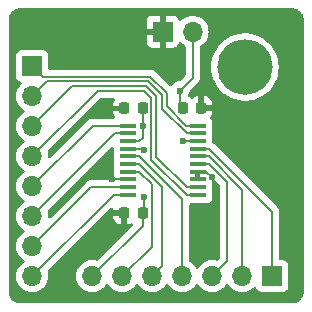
<source format=gbr>
%TF.GenerationSoftware,KiCad,Pcbnew,8.0.6-1.fc41*%
%TF.CreationDate,2024-12-07T12:30:27-05:00*%
%TF.ProjectId,AD5676_breakout,41443536-3736-45f6-9272-65616b6f7574,rev?*%
%TF.SameCoordinates,Original*%
%TF.FileFunction,Copper,L1,Top*%
%TF.FilePolarity,Positive*%
%FSLAX46Y46*%
G04 Gerber Fmt 4.6, Leading zero omitted, Abs format (unit mm)*
G04 Created by KiCad (PCBNEW 8.0.6-1.fc41) date 2024-12-07 12:30:27*
%MOMM*%
%LPD*%
G01*
G04 APERTURE LIST*
G04 Aperture macros list*
%AMRoundRect*
0 Rectangle with rounded corners*
0 $1 Rounding radius*
0 $2 $3 $4 $5 $6 $7 $8 $9 X,Y pos of 4 corners*
0 Add a 4 corners polygon primitive as box body*
4,1,4,$2,$3,$4,$5,$6,$7,$8,$9,$2,$3,0*
0 Add four circle primitives for the rounded corners*
1,1,$1+$1,$2,$3*
1,1,$1+$1,$4,$5*
1,1,$1+$1,$6,$7*
1,1,$1+$1,$8,$9*
0 Add four rect primitives between the rounded corners*
20,1,$1+$1,$2,$3,$4,$5,0*
20,1,$1+$1,$4,$5,$6,$7,0*
20,1,$1+$1,$6,$7,$8,$9,0*
20,1,$1+$1,$8,$9,$2,$3,0*%
G04 Aperture macros list end*
%TA.AperFunction,ComponentPad*%
%ADD10R,1.700000X1.700000*%
%TD*%
%TA.AperFunction,ComponentPad*%
%ADD11O,1.700000X1.700000*%
%TD*%
%TA.AperFunction,SMDPad,CuDef*%
%ADD12R,1.475000X0.450000*%
%TD*%
%TA.AperFunction,SMDPad,CuDef*%
%ADD13RoundRect,0.225000X0.225000X0.250000X-0.225000X0.250000X-0.225000X-0.250000X0.225000X-0.250000X0*%
%TD*%
%TA.AperFunction,ComponentPad*%
%ADD14C,4.700000*%
%TD*%
%TA.AperFunction,SMDPad,CuDef*%
%ADD15RoundRect,0.225000X-0.225000X-0.250000X0.225000X-0.250000X0.225000X0.250000X-0.225000X0.250000X0*%
%TD*%
%TA.AperFunction,ViaPad*%
%ADD16C,0.600000*%
%TD*%
%TA.AperFunction,Conductor*%
%ADD17C,0.200000*%
%TD*%
G04 APERTURE END LIST*
D10*
%TO.P,J2,1,Pin_1*%
%TO.N,RESET*%
X159820000Y-106200000D03*
D11*
%TO.P,J2,2,Pin_2*%
%TO.N,MISO*%
X157280000Y-106200000D03*
%TO.P,J2,3,Pin_3*%
%TO.N,LDAC*%
X154740000Y-106200000D03*
%TO.P,J2,4,Pin_4*%
%TO.N,CS*%
X152200000Y-106200000D03*
%TO.P,J2,5,Pin_5*%
%TO.N,SCLK*%
X149660000Y-106200000D03*
%TO.P,J2,6,Pin_6*%
%TO.N,MOSI*%
X147120000Y-106200000D03*
%TO.P,J2,7,Pin_7*%
%TO.N,3v3*%
X144580000Y-106200000D03*
%TD*%
D12*
%TO.P,IC1,1,VOUT1*%
%TO.N,AOUT5*%
X147624000Y-93450000D03*
%TO.P,IC1,2,VOUT0*%
%TO.N,AOUT6*%
X147624000Y-94100000D03*
%TO.P,IC1,3,VDD*%
%TO.N,5v*%
X147624000Y-94750000D03*
%TO.P,IC1,4,VLOGIC*%
%TO.N,3v3*%
X147624000Y-95400000D03*
%TO.P,IC1,5,~{SYNC}*%
%TO.N,CS*%
X147624000Y-96050000D03*
%TO.P,IC1,6,SCLK*%
%TO.N,SCLK*%
X147624000Y-96700000D03*
%TO.P,IC1,7,SDI*%
%TO.N,MOSI*%
X147624000Y-97350000D03*
%TO.P,IC1,8,GAIN*%
%TO.N,GND*%
X147624000Y-98000000D03*
%TO.P,IC1,9,VOUT7*%
%TO.N,AOUT7*%
X147624000Y-98650000D03*
%TO.P,IC1,10,VOUT6*%
%TO.N,AOUT8*%
X147624000Y-99300000D03*
%TO.P,IC1,11,VOUT5*%
%TO.N,AOUT4*%
X153500000Y-99300000D03*
%TO.P,IC1,12,VOUT4*%
%TO.N,AOUT3*%
X153500000Y-98650000D03*
%TO.P,IC1,13,GND*%
%TO.N,GND*%
X153500000Y-98000000D03*
%TO.P,IC1,14,RSTSEL*%
X153500000Y-97350000D03*
%TO.P,IC1,15,~{LDAC}*%
%TO.N,LDAC*%
X153500000Y-96700000D03*
%TO.P,IC1,16,SDO*%
%TO.N,MISO*%
X153500000Y-96050000D03*
%TO.P,IC1,17,~{RESET}*%
%TO.N,RESET*%
X153500000Y-95400000D03*
%TO.P,IC1,18,VREF*%
%TO.N,5v*%
X153500000Y-94750000D03*
%TO.P,IC1,19,VOUT3*%
%TO.N,AOUT2*%
X153500000Y-94100000D03*
%TO.P,IC1,20,VOUT2*%
%TO.N,AOUT1*%
X153500000Y-93450000D03*
%TD*%
D13*
%TO.P,C3,1*%
%TO.N,3v3*%
X148844000Y-100838000D03*
%TO.P,C3,2*%
%TO.N,GND*%
X147294000Y-100838000D03*
%TD*%
D14*
%TO.P,H1,1*%
%TO.N,N/C*%
X157500000Y-88500000D03*
%TD*%
D10*
%TO.P,J1,1,Pin_1*%
%TO.N,AOUT1*%
X139500000Y-88420000D03*
D11*
%TO.P,J1,2,Pin_2*%
%TO.N,AOUT2*%
X139500000Y-90960000D03*
%TO.P,J1,3,Pin_3*%
%TO.N,AOUT3*%
X139500000Y-93500000D03*
%TO.P,J1,4,Pin_4*%
%TO.N,AOUT4*%
X139500000Y-96040000D03*
%TO.P,J1,5,Pin_5*%
%TO.N,AOUT5*%
X139500000Y-98580000D03*
%TO.P,J1,6,Pin_6*%
%TO.N,AOUT6*%
X139500000Y-101120000D03*
%TO.P,J1,7,Pin_7*%
%TO.N,AOUT7*%
X139500000Y-103660000D03*
%TO.P,J1,8,Pin_8*%
%TO.N,AOUT8*%
X139500000Y-106200000D03*
%TD*%
D15*
%TO.P,C2,1*%
%TO.N,5v*%
X152260000Y-91948000D03*
%TO.P,C2,2*%
%TO.N,GND*%
X153810000Y-91948000D03*
%TD*%
D13*
%TO.P,C1,1*%
%TO.N,5v*%
X148844000Y-92000000D03*
%TO.P,C1,2*%
%TO.N,GND*%
X147294000Y-92000000D03*
%TD*%
D10*
%TO.P,J3,1,Pin_1*%
%TO.N,GND*%
X150540000Y-85490000D03*
D11*
%TO.P,J3,2,Pin_2*%
%TO.N,5v*%
X153080000Y-85490000D03*
%TD*%
D16*
%TO.N,GND*%
X146250000Y-98000000D03*
X146000000Y-92000000D03*
X154694485Y-97805515D03*
%TO.N,5v*%
X152000000Y-90500000D03*
X148861502Y-93500000D03*
X152250000Y-94750000D03*
%TO.N,3v3*%
X149000000Y-99500000D03*
X148994000Y-95500000D03*
%TD*%
D17*
%TO.N,GND*%
X147294000Y-92000000D02*
X146000000Y-92000000D01*
X147624000Y-98000000D02*
X146250000Y-98000000D01*
X154238970Y-97350000D02*
X154694485Y-97805515D01*
X153500000Y-97350000D02*
X154238970Y-97350000D01*
%TO.N,5v*%
X152000000Y-90500000D02*
X152000000Y-91688000D01*
X152250000Y-94750000D02*
X153500000Y-94750000D01*
X152000000Y-91688000D02*
X152260000Y-91948000D01*
X153080000Y-89420000D02*
X153080000Y-85490000D01*
X148561500Y-94750000D02*
X147624000Y-94750000D01*
X148844000Y-94467500D02*
X148561500Y-94750000D01*
X152000000Y-90500000D02*
X153080000Y-89420000D01*
X148861502Y-93500000D02*
X148844000Y-93482498D01*
X148844000Y-93482498D02*
X148844000Y-92000000D01*
X148844000Y-92000000D02*
X148844000Y-94467500D01*
%TO.N,3v3*%
X149000000Y-99500000D02*
X149000000Y-100682000D01*
X148894000Y-95400000D02*
X148994000Y-95500000D01*
X148844000Y-100838000D02*
X148844000Y-101936000D01*
X148844000Y-101936000D02*
X144580000Y-106200000D01*
X149000000Y-100682000D02*
X148844000Y-100838000D01*
X147624000Y-95400000D02*
X148894000Y-95400000D01*
%TO.N,AOUT1*%
X152538304Y-93450000D02*
X150900000Y-91811696D01*
X150900000Y-91811696D02*
X150900000Y-90702942D01*
X150900000Y-90702942D02*
X149497058Y-89300000D01*
X140380000Y-89300000D02*
X139500000Y-88420000D01*
X153500000Y-93450000D02*
X152538304Y-93450000D01*
X149497058Y-89300000D02*
X140380000Y-89300000D01*
%TO.N,AOUT7*%
X147624000Y-98650000D02*
X144510000Y-98650000D01*
X144510000Y-98650000D02*
X139500000Y-103660000D01*
%TO.N,AOUT4*%
X152562500Y-99300000D02*
X149594000Y-96331500D01*
X149594000Y-91094000D02*
X149000000Y-90500000D01*
X149000000Y-90500000D02*
X145040000Y-90500000D01*
X149594000Y-96331500D02*
X149594000Y-91094000D01*
X153500000Y-99300000D02*
X152562500Y-99300000D01*
X145040000Y-90500000D02*
X139500000Y-96040000D01*
%TO.N,MOSI*%
X148561500Y-97350000D02*
X149600000Y-98388500D01*
X147624000Y-97350000D02*
X148561500Y-97350000D01*
X149600000Y-98388500D02*
X149600000Y-103720000D01*
X149600000Y-103720000D02*
X147120000Y-106200000D01*
%TO.N,MISO*%
X153500000Y-96050000D02*
X154437500Y-96050000D01*
X154437500Y-96050000D02*
X157280000Y-98892500D01*
X157280000Y-98892500D02*
X157280000Y-106200000D01*
%TO.N,AOUT2*%
X150500000Y-90868628D02*
X149331372Y-89700000D01*
X152562500Y-94100000D02*
X150500000Y-92037500D01*
X149331372Y-89700000D02*
X140760000Y-89700000D01*
X153500000Y-94100000D02*
X152562500Y-94100000D01*
X140760000Y-89700000D02*
X139500000Y-90960000D01*
X150500000Y-92037500D02*
X150500000Y-90868628D01*
%TO.N,AOUT3*%
X149994000Y-96081500D02*
X149994000Y-90928314D01*
X142900000Y-90100000D02*
X139500000Y-93500000D01*
X152562500Y-98650000D02*
X149994000Y-96081500D01*
X153500000Y-98650000D02*
X153500000Y-98525000D01*
X153500000Y-98650000D02*
X152562500Y-98650000D01*
X149994000Y-90928314D02*
X149165686Y-90100000D01*
X149165686Y-90100000D02*
X142900000Y-90100000D01*
%TO.N,AOUT5*%
X147624000Y-93450000D02*
X144630000Y-93450000D01*
X144630000Y-93450000D02*
X139500000Y-98580000D01*
%TO.N,RESET*%
X159820000Y-100782500D02*
X159820000Y-106200000D01*
X153500000Y-95400000D02*
X154437500Y-95400000D01*
X154437500Y-95400000D02*
X159820000Y-100782500D01*
%TO.N,CS*%
X147624000Y-96050000D02*
X148561500Y-96050000D01*
X148561500Y-96050000D02*
X152200000Y-99688500D01*
X152200000Y-99688500D02*
X152200000Y-106200000D01*
%TO.N,LDAC*%
X156000000Y-98262500D02*
X156000000Y-104940000D01*
X154437500Y-96700000D02*
X156000000Y-98262500D01*
X153500000Y-96700000D02*
X154437500Y-96700000D01*
X156000000Y-104940000D02*
X154740000Y-106200000D01*
%TO.N,AOUT8*%
X147624000Y-99300000D02*
X146400000Y-99300000D01*
X146400000Y-99300000D02*
X139500000Y-106200000D01*
%TO.N,SCLK*%
X150510000Y-105350000D02*
X149660000Y-106200000D01*
X148561500Y-96700000D02*
X150510000Y-98648500D01*
X150510000Y-98648500D02*
X150510000Y-105350000D01*
X147624000Y-96700000D02*
X148561500Y-96700000D01*
%TO.N,AOUT6*%
X147624000Y-94100000D02*
X146520000Y-94100000D01*
X146520000Y-94100000D02*
X139500000Y-101120000D01*
%TD*%
%TA.AperFunction,Conductor*%
%TO.N,GND*%
G36*
X154942703Y-98054884D02*
G01*
X154949181Y-98060916D01*
X155363181Y-98474916D01*
X155396666Y-98536239D01*
X155399500Y-98562597D01*
X155399500Y-104639902D01*
X155379815Y-104706941D01*
X155363181Y-104727584D01*
X155223530Y-104867234D01*
X155162207Y-104900718D01*
X155103756Y-104899327D01*
X154975413Y-104864938D01*
X154975403Y-104864936D01*
X154740001Y-104844341D01*
X154739999Y-104844341D01*
X154504596Y-104864936D01*
X154504586Y-104864938D01*
X154276344Y-104926094D01*
X154276335Y-104926098D01*
X154062171Y-105025964D01*
X154062169Y-105025965D01*
X153868597Y-105161505D01*
X153701505Y-105328597D01*
X153571575Y-105514158D01*
X153516998Y-105557783D01*
X153447500Y-105564977D01*
X153385145Y-105533454D01*
X153368425Y-105514158D01*
X153238494Y-105328597D01*
X153071402Y-105161506D01*
X153071395Y-105161501D01*
X153061469Y-105154551D01*
X152994518Y-105107671D01*
X152877831Y-105025965D01*
X152877826Y-105025962D01*
X152872091Y-105023288D01*
X152819653Y-104977113D01*
X152800500Y-104910908D01*
X152800500Y-100149499D01*
X152820185Y-100082460D01*
X152872989Y-100036705D01*
X152924500Y-100025499D01*
X154285371Y-100025499D01*
X154285372Y-100025499D01*
X154344983Y-100019091D01*
X154479831Y-99968796D01*
X154595046Y-99882546D01*
X154681296Y-99767331D01*
X154731591Y-99632483D01*
X154738000Y-99572873D01*
X154737999Y-99027128D01*
X154737998Y-99027111D01*
X154733820Y-98988253D01*
X154733820Y-98961747D01*
X154738000Y-98922873D01*
X154737999Y-98377128D01*
X154733567Y-98335898D01*
X154733568Y-98309393D01*
X154737499Y-98272833D01*
X154737500Y-98272819D01*
X154737500Y-98148597D01*
X154757185Y-98081558D01*
X154809989Y-98035803D01*
X154879147Y-98025859D01*
X154942703Y-98054884D01*
G37*
%TD.AperFunction*%
%TA.AperFunction,Conductor*%
G36*
X146305334Y-95266413D02*
G01*
X146361267Y-95308285D01*
X146385684Y-95373749D01*
X146386000Y-95382595D01*
X146386000Y-95672868D01*
X146386001Y-95672878D01*
X146390179Y-95711745D01*
X146390179Y-95738250D01*
X146386000Y-95777122D01*
X146386000Y-96322869D01*
X146386001Y-96322878D01*
X146390179Y-96361745D01*
X146390179Y-96388250D01*
X146386000Y-96427122D01*
X146386000Y-96972869D01*
X146386001Y-96972878D01*
X146390179Y-97011745D01*
X146390179Y-97038250D01*
X146386000Y-97077122D01*
X146386000Y-97622869D01*
X146386001Y-97622880D01*
X146390431Y-97664093D01*
X146390431Y-97690596D01*
X146386500Y-97727165D01*
X146386500Y-97775000D01*
X146402111Y-97790611D01*
X146415984Y-97794685D01*
X146448211Y-97824689D01*
X146468049Y-97851189D01*
X146492467Y-97916653D01*
X146477616Y-97984926D01*
X146428211Y-98034332D01*
X146368783Y-98049500D01*
X144596669Y-98049500D01*
X144596653Y-98049499D01*
X144589057Y-98049499D01*
X144430943Y-98049499D01*
X144323587Y-98078265D01*
X144278210Y-98090424D01*
X144278209Y-98090425D01*
X144233332Y-98116336D01*
X144233331Y-98116337D01*
X144187307Y-98142908D01*
X144141285Y-98169479D01*
X144141282Y-98169481D01*
X144029478Y-98281286D01*
X141064432Y-101246331D01*
X141003109Y-101279816D01*
X140933417Y-101274832D01*
X140877484Y-101232960D01*
X140853067Y-101167496D01*
X140853223Y-101147842D01*
X140855659Y-101120000D01*
X140855659Y-101119999D01*
X140851539Y-101072918D01*
X140835063Y-100884592D01*
X140800671Y-100756239D01*
X140802334Y-100686393D01*
X140832763Y-100636470D01*
X146174321Y-95294912D01*
X146235642Y-95261429D01*
X146305334Y-95266413D01*
G37*
%TD.AperFunction*%
%TA.AperFunction,Conductor*%
G36*
X153668039Y-97445184D02*
G01*
X153713794Y-97497988D01*
X153725000Y-97549499D01*
X153725000Y-97800500D01*
X153705315Y-97867539D01*
X153652511Y-97913294D01*
X153601000Y-97924500D01*
X153399000Y-97924500D01*
X153331961Y-97904815D01*
X153286206Y-97852011D01*
X153275000Y-97800500D01*
X153275000Y-97549499D01*
X153294685Y-97482460D01*
X153347489Y-97436705D01*
X153398997Y-97425499D01*
X153601001Y-97425499D01*
X153668039Y-97445184D01*
G37*
%TD.AperFunction*%
%TA.AperFunction,Conductor*%
G36*
X146462924Y-91120185D02*
G01*
X146508679Y-91172989D01*
X146518623Y-91242147D01*
X146498128Y-91289832D01*
X146500218Y-91291121D01*
X146407457Y-91441507D01*
X146407452Y-91441518D01*
X146354144Y-91602393D01*
X146344000Y-91701677D01*
X146344000Y-91750000D01*
X147420000Y-91750000D01*
X147487039Y-91769685D01*
X147532794Y-91822489D01*
X147544000Y-91874000D01*
X147544000Y-92126000D01*
X147524315Y-92193039D01*
X147471511Y-92238794D01*
X147420000Y-92250000D01*
X146344001Y-92250000D01*
X146344001Y-92298322D01*
X146354144Y-92397607D01*
X146407452Y-92558481D01*
X146407454Y-92558486D01*
X146470318Y-92660403D01*
X146488758Y-92727795D01*
X146467836Y-92794459D01*
X146414194Y-92839229D01*
X146364779Y-92849500D01*
X144716670Y-92849500D01*
X144716654Y-92849499D01*
X144709058Y-92849499D01*
X144550943Y-92849499D01*
X144483936Y-92867454D01*
X144398214Y-92890423D01*
X144398209Y-92890426D01*
X144261290Y-92969475D01*
X144261282Y-92969481D01*
X141064432Y-96166331D01*
X141003109Y-96199816D01*
X140933417Y-96194832D01*
X140877484Y-96152960D01*
X140853067Y-96087496D01*
X140853223Y-96067842D01*
X140855659Y-96040000D01*
X140855659Y-96039999D01*
X140840705Y-95869083D01*
X140835063Y-95804592D01*
X140800671Y-95676239D01*
X140802334Y-95606393D01*
X140832763Y-95556470D01*
X145252416Y-91136819D01*
X145313739Y-91103334D01*
X145340097Y-91100500D01*
X146395885Y-91100500D01*
X146462924Y-91120185D01*
G37*
%TD.AperFunction*%
%TA.AperFunction,Conductor*%
G36*
X161501509Y-83500037D02*
G01*
X161507232Y-83500177D01*
X161587583Y-83502145D01*
X161608728Y-83504490D01*
X161779013Y-83538362D01*
X161802261Y-83545413D01*
X161961257Y-83611272D01*
X161982692Y-83622730D01*
X162125775Y-83718335D01*
X162144565Y-83733756D01*
X162266243Y-83855434D01*
X162281664Y-83874224D01*
X162377269Y-84017307D01*
X162388728Y-84038745D01*
X162436856Y-84154936D01*
X162454583Y-84197731D01*
X162461639Y-84220993D01*
X162495508Y-84391266D01*
X162497854Y-84412419D01*
X162499963Y-84498488D01*
X162500000Y-84501526D01*
X162500000Y-107498473D01*
X162499963Y-107501511D01*
X162497854Y-107587580D01*
X162495508Y-107608733D01*
X162461639Y-107779006D01*
X162454583Y-107802268D01*
X162388728Y-107961254D01*
X162377269Y-107982692D01*
X162281664Y-108125775D01*
X162266243Y-108144565D01*
X162144565Y-108266243D01*
X162125775Y-108281664D01*
X161982692Y-108377269D01*
X161961254Y-108388728D01*
X161802268Y-108454583D01*
X161779006Y-108461639D01*
X161608733Y-108495508D01*
X161587580Y-108497854D01*
X161504250Y-108499895D01*
X161501509Y-108499963D01*
X161498473Y-108500000D01*
X138501527Y-108500000D01*
X138498490Y-108499963D01*
X138412420Y-108497854D01*
X138391266Y-108495508D01*
X138220993Y-108461639D01*
X138197731Y-108454583D01*
X138038745Y-108388728D01*
X138017307Y-108377269D01*
X137874224Y-108281664D01*
X137855434Y-108266243D01*
X137733756Y-108144565D01*
X137718335Y-108125775D01*
X137622730Y-107982692D01*
X137611271Y-107961254D01*
X137545413Y-107802261D01*
X137538362Y-107779013D01*
X137504490Y-107608728D01*
X137502145Y-107587583D01*
X137500037Y-107501509D01*
X137500000Y-107498473D01*
X137500000Y-90959999D01*
X138144341Y-90959999D01*
X138144341Y-90960000D01*
X138164936Y-91195403D01*
X138164938Y-91195413D01*
X138226094Y-91423655D01*
X138226096Y-91423659D01*
X138226097Y-91423663D01*
X138234323Y-91441303D01*
X138325965Y-91637830D01*
X138325967Y-91637834D01*
X138461501Y-91831395D01*
X138461506Y-91831402D01*
X138628597Y-91998493D01*
X138628603Y-91998498D01*
X138814158Y-92128425D01*
X138857783Y-92183002D01*
X138864977Y-92252500D01*
X138833454Y-92314855D01*
X138814158Y-92331575D01*
X138628597Y-92461505D01*
X138461505Y-92628597D01*
X138325965Y-92822169D01*
X138325964Y-92822171D01*
X138226098Y-93036335D01*
X138226094Y-93036344D01*
X138164938Y-93264586D01*
X138164936Y-93264596D01*
X138144341Y-93499999D01*
X138144341Y-93500000D01*
X138164936Y-93735403D01*
X138164938Y-93735413D01*
X138226094Y-93963655D01*
X138226096Y-93963659D01*
X138226097Y-93963663D01*
X138322622Y-94170661D01*
X138325965Y-94177830D01*
X138325967Y-94177834D01*
X138461501Y-94371395D01*
X138461506Y-94371402D01*
X138628597Y-94538493D01*
X138628603Y-94538498D01*
X138814158Y-94668425D01*
X138857783Y-94723002D01*
X138864977Y-94792500D01*
X138833454Y-94854855D01*
X138814158Y-94871575D01*
X138628597Y-95001505D01*
X138461505Y-95168597D01*
X138325965Y-95362169D01*
X138325964Y-95362171D01*
X138226098Y-95576335D01*
X138226094Y-95576344D01*
X138164938Y-95804586D01*
X138164936Y-95804596D01*
X138144341Y-96039999D01*
X138144341Y-96040000D01*
X138164936Y-96275403D01*
X138164938Y-96275413D01*
X138226094Y-96503655D01*
X138226096Y-96503659D01*
X138226097Y-96503663D01*
X138325965Y-96717830D01*
X138325967Y-96717834D01*
X138461501Y-96911395D01*
X138461506Y-96911402D01*
X138628597Y-97078493D01*
X138628603Y-97078498D01*
X138814158Y-97208425D01*
X138857783Y-97263002D01*
X138864977Y-97332500D01*
X138833454Y-97394855D01*
X138814158Y-97411575D01*
X138628597Y-97541505D01*
X138461505Y-97708597D01*
X138325965Y-97902169D01*
X138325964Y-97902171D01*
X138238180Y-98090425D01*
X138226098Y-98116336D01*
X138226094Y-98116344D01*
X138164938Y-98344586D01*
X138164936Y-98344596D01*
X138144341Y-98579999D01*
X138144341Y-98580000D01*
X138164936Y-98815403D01*
X138164938Y-98815413D01*
X138226094Y-99043655D01*
X138226096Y-99043659D01*
X138226097Y-99043663D01*
X138271596Y-99141235D01*
X138325965Y-99257830D01*
X138325967Y-99257834D01*
X138461501Y-99451395D01*
X138461506Y-99451402D01*
X138628597Y-99618493D01*
X138628603Y-99618498D01*
X138814158Y-99748425D01*
X138857783Y-99803002D01*
X138864977Y-99872500D01*
X138833454Y-99934855D01*
X138814158Y-99951575D01*
X138628597Y-100081505D01*
X138461505Y-100248597D01*
X138325965Y-100442169D01*
X138325964Y-100442171D01*
X138226098Y-100656335D01*
X138226094Y-100656344D01*
X138164938Y-100884586D01*
X138164936Y-100884596D01*
X138144341Y-101119999D01*
X138144341Y-101120000D01*
X138164936Y-101355403D01*
X138164938Y-101355413D01*
X138226094Y-101583655D01*
X138226096Y-101583659D01*
X138226097Y-101583663D01*
X138297645Y-101737098D01*
X138325965Y-101797830D01*
X138325967Y-101797834D01*
X138461501Y-101991395D01*
X138461506Y-101991402D01*
X138628597Y-102158493D01*
X138628603Y-102158498D01*
X138814158Y-102288425D01*
X138857783Y-102343002D01*
X138864977Y-102412500D01*
X138833454Y-102474855D01*
X138814158Y-102491575D01*
X138628597Y-102621505D01*
X138461505Y-102788597D01*
X138325965Y-102982169D01*
X138325964Y-102982171D01*
X138226098Y-103196335D01*
X138226094Y-103196344D01*
X138164938Y-103424586D01*
X138164936Y-103424596D01*
X138144341Y-103659999D01*
X138144341Y-103660000D01*
X138164936Y-103895403D01*
X138164938Y-103895413D01*
X138226094Y-104123655D01*
X138226096Y-104123659D01*
X138226097Y-104123663D01*
X138289549Y-104259735D01*
X138325965Y-104337830D01*
X138325967Y-104337834D01*
X138461501Y-104531395D01*
X138461506Y-104531402D01*
X138628597Y-104698493D01*
X138628603Y-104698498D01*
X138814158Y-104828425D01*
X138857783Y-104883002D01*
X138864977Y-104952500D01*
X138833454Y-105014855D01*
X138814158Y-105031575D01*
X138628597Y-105161505D01*
X138461505Y-105328597D01*
X138325965Y-105522169D01*
X138325964Y-105522171D01*
X138226098Y-105736335D01*
X138226094Y-105736344D01*
X138164938Y-105964586D01*
X138164936Y-105964596D01*
X138144341Y-106199999D01*
X138144341Y-106200000D01*
X138164936Y-106435403D01*
X138164938Y-106435413D01*
X138226094Y-106663655D01*
X138226096Y-106663659D01*
X138226097Y-106663663D01*
X138230000Y-106672032D01*
X138325965Y-106877830D01*
X138325967Y-106877834D01*
X138434281Y-107032521D01*
X138461505Y-107071401D01*
X138628599Y-107238495D01*
X138725384Y-107306265D01*
X138822165Y-107374032D01*
X138822167Y-107374033D01*
X138822170Y-107374035D01*
X139036337Y-107473903D01*
X139264592Y-107535063D01*
X139441034Y-107550500D01*
X139499999Y-107555659D01*
X139500000Y-107555659D01*
X139500001Y-107555659D01*
X139558966Y-107550500D01*
X139735408Y-107535063D01*
X139963663Y-107473903D01*
X140177830Y-107374035D01*
X140371401Y-107238495D01*
X140538495Y-107071401D01*
X140674035Y-106877830D01*
X140773903Y-106663663D01*
X140835063Y-106435408D01*
X140855659Y-106200000D01*
X140835063Y-105964592D01*
X140800671Y-105836239D01*
X140802334Y-105766393D01*
X140832763Y-105716470D01*
X145412912Y-101136322D01*
X146344001Y-101136322D01*
X146354144Y-101235607D01*
X146407452Y-101396481D01*
X146407457Y-101396492D01*
X146496424Y-101540728D01*
X146496427Y-101540732D01*
X146616267Y-101660572D01*
X146616271Y-101660575D01*
X146760507Y-101749542D01*
X146760518Y-101749547D01*
X146921393Y-101802855D01*
X147020683Y-101812999D01*
X147044000Y-101812998D01*
X147044000Y-101088000D01*
X146344001Y-101088000D01*
X146344001Y-101136322D01*
X145412912Y-101136322D01*
X146135594Y-100413640D01*
X146196915Y-100380157D01*
X146266607Y-100385141D01*
X146322540Y-100427013D01*
X146346957Y-100492477D01*
X146346631Y-100513923D01*
X146344001Y-100539670D01*
X146344000Y-100539690D01*
X146344000Y-100588000D01*
X147420000Y-100588000D01*
X147487039Y-100607685D01*
X147532794Y-100660489D01*
X147544000Y-100712000D01*
X147544000Y-101812999D01*
X147567308Y-101812999D01*
X147567322Y-101812998D01*
X147666607Y-101802855D01*
X147827481Y-101749547D01*
X147827489Y-101749543D01*
X147847666Y-101737098D01*
X147915058Y-101718656D01*
X147981722Y-101739577D01*
X148026492Y-101793218D01*
X148035156Y-101862548D01*
X148004961Y-101925556D01*
X148000446Y-101930316D01*
X145063530Y-104867233D01*
X145002207Y-104900718D01*
X144943756Y-104899327D01*
X144815413Y-104864938D01*
X144815403Y-104864936D01*
X144580001Y-104844341D01*
X144579999Y-104844341D01*
X144344596Y-104864936D01*
X144344586Y-104864938D01*
X144116344Y-104926094D01*
X144116335Y-104926098D01*
X143902171Y-105025964D01*
X143902169Y-105025965D01*
X143708597Y-105161505D01*
X143541505Y-105328597D01*
X143405965Y-105522169D01*
X143405964Y-105522171D01*
X143306098Y-105736335D01*
X143306094Y-105736344D01*
X143244938Y-105964586D01*
X143244936Y-105964596D01*
X143224341Y-106199999D01*
X143224341Y-106200000D01*
X143244936Y-106435403D01*
X143244938Y-106435413D01*
X143306094Y-106663655D01*
X143306096Y-106663659D01*
X143306097Y-106663663D01*
X143310000Y-106672032D01*
X143405965Y-106877830D01*
X143405967Y-106877834D01*
X143514281Y-107032521D01*
X143541505Y-107071401D01*
X143708599Y-107238495D01*
X143805384Y-107306265D01*
X143902165Y-107374032D01*
X143902167Y-107374033D01*
X143902170Y-107374035D01*
X144116337Y-107473903D01*
X144344592Y-107535063D01*
X144521034Y-107550500D01*
X144579999Y-107555659D01*
X144580000Y-107555659D01*
X144580001Y-107555659D01*
X144638966Y-107550500D01*
X144815408Y-107535063D01*
X145043663Y-107473903D01*
X145257830Y-107374035D01*
X145451401Y-107238495D01*
X145618495Y-107071401D01*
X145748425Y-106885842D01*
X145803002Y-106842217D01*
X145872500Y-106835023D01*
X145934855Y-106866546D01*
X145951575Y-106885842D01*
X146081500Y-107071395D01*
X146081505Y-107071401D01*
X146248599Y-107238495D01*
X146345384Y-107306265D01*
X146442165Y-107374032D01*
X146442167Y-107374033D01*
X146442170Y-107374035D01*
X146656337Y-107473903D01*
X146884592Y-107535063D01*
X147061034Y-107550500D01*
X147119999Y-107555659D01*
X147120000Y-107555659D01*
X147120001Y-107555659D01*
X147178966Y-107550500D01*
X147355408Y-107535063D01*
X147583663Y-107473903D01*
X147797830Y-107374035D01*
X147991401Y-107238495D01*
X148158495Y-107071401D01*
X148288425Y-106885842D01*
X148343002Y-106842217D01*
X148412500Y-106835023D01*
X148474855Y-106866546D01*
X148491575Y-106885842D01*
X148621500Y-107071395D01*
X148621505Y-107071401D01*
X148788599Y-107238495D01*
X148885384Y-107306265D01*
X148982165Y-107374032D01*
X148982167Y-107374033D01*
X148982170Y-107374035D01*
X149196337Y-107473903D01*
X149424592Y-107535063D01*
X149601034Y-107550500D01*
X149659999Y-107555659D01*
X149660000Y-107555659D01*
X149660001Y-107555659D01*
X149718966Y-107550500D01*
X149895408Y-107535063D01*
X150123663Y-107473903D01*
X150337830Y-107374035D01*
X150531401Y-107238495D01*
X150698495Y-107071401D01*
X150828425Y-106885842D01*
X150883002Y-106842217D01*
X150952500Y-106835023D01*
X151014855Y-106866546D01*
X151031575Y-106885842D01*
X151161500Y-107071395D01*
X151161505Y-107071401D01*
X151328599Y-107238495D01*
X151425384Y-107306265D01*
X151522165Y-107374032D01*
X151522167Y-107374033D01*
X151522170Y-107374035D01*
X151736337Y-107473903D01*
X151964592Y-107535063D01*
X152141034Y-107550500D01*
X152199999Y-107555659D01*
X152200000Y-107555659D01*
X152200001Y-107555659D01*
X152258966Y-107550500D01*
X152435408Y-107535063D01*
X152663663Y-107473903D01*
X152877830Y-107374035D01*
X153071401Y-107238495D01*
X153238495Y-107071401D01*
X153368425Y-106885842D01*
X153423002Y-106842217D01*
X153492500Y-106835023D01*
X153554855Y-106866546D01*
X153571575Y-106885842D01*
X153701500Y-107071395D01*
X153701505Y-107071401D01*
X153868599Y-107238495D01*
X153965384Y-107306265D01*
X154062165Y-107374032D01*
X154062167Y-107374033D01*
X154062170Y-107374035D01*
X154276337Y-107473903D01*
X154504592Y-107535063D01*
X154681034Y-107550500D01*
X154739999Y-107555659D01*
X154740000Y-107555659D01*
X154740001Y-107555659D01*
X154798966Y-107550500D01*
X154975408Y-107535063D01*
X155203663Y-107473903D01*
X155417830Y-107374035D01*
X155611401Y-107238495D01*
X155778495Y-107071401D01*
X155908425Y-106885842D01*
X155963002Y-106842217D01*
X156032500Y-106835023D01*
X156094855Y-106866546D01*
X156111575Y-106885842D01*
X156241500Y-107071395D01*
X156241505Y-107071401D01*
X156408599Y-107238495D01*
X156505384Y-107306265D01*
X156602165Y-107374032D01*
X156602167Y-107374033D01*
X156602170Y-107374035D01*
X156816337Y-107473903D01*
X157044592Y-107535063D01*
X157221034Y-107550500D01*
X157279999Y-107555659D01*
X157280000Y-107555659D01*
X157280001Y-107555659D01*
X157338966Y-107550500D01*
X157515408Y-107535063D01*
X157743663Y-107473903D01*
X157957830Y-107374035D01*
X158151401Y-107238495D01*
X158273329Y-107116566D01*
X158334648Y-107083084D01*
X158404340Y-107088068D01*
X158460274Y-107129939D01*
X158477189Y-107160917D01*
X158526202Y-107292328D01*
X158526206Y-107292335D01*
X158612452Y-107407544D01*
X158612455Y-107407547D01*
X158727664Y-107493793D01*
X158727671Y-107493797D01*
X158862517Y-107544091D01*
X158862516Y-107544091D01*
X158869444Y-107544835D01*
X158922127Y-107550500D01*
X160717872Y-107550499D01*
X160777483Y-107544091D01*
X160912331Y-107493796D01*
X161027546Y-107407546D01*
X161113796Y-107292331D01*
X161164091Y-107157483D01*
X161170500Y-107097873D01*
X161170499Y-105302128D01*
X161164091Y-105242517D01*
X161162810Y-105239083D01*
X161113797Y-105107671D01*
X161113793Y-105107664D01*
X161027547Y-104992455D01*
X161027544Y-104992452D01*
X160912335Y-104906206D01*
X160912328Y-104906202D01*
X160777482Y-104855908D01*
X160777483Y-104855908D01*
X160717883Y-104849501D01*
X160717881Y-104849500D01*
X160717873Y-104849500D01*
X160717865Y-104849500D01*
X160544500Y-104849500D01*
X160477461Y-104829815D01*
X160431706Y-104777011D01*
X160420500Y-104725500D01*
X160420500Y-100703445D01*
X160420500Y-100703443D01*
X160379577Y-100550716D01*
X160345953Y-100492477D01*
X160300524Y-100413790D01*
X160300521Y-100413786D01*
X160300520Y-100413784D01*
X160188716Y-100301980D01*
X160188715Y-100301979D01*
X160184385Y-100297649D01*
X160184374Y-100297639D01*
X154925090Y-95038355D01*
X154925088Y-95038352D01*
X154806217Y-94919481D01*
X154806209Y-94919475D01*
X154799998Y-94915889D01*
X154751783Y-94865322D01*
X154737999Y-94808503D01*
X154737999Y-94477128D01*
X154737998Y-94477111D01*
X154733820Y-94438253D01*
X154733820Y-94411747D01*
X154738000Y-94372873D01*
X154737999Y-93827128D01*
X154737998Y-93827111D01*
X154733820Y-93788253D01*
X154733820Y-93761747D01*
X154738000Y-93722873D01*
X154737999Y-93177128D01*
X154731591Y-93117517D01*
X154712783Y-93067091D01*
X154681297Y-92982671D01*
X154681293Y-92982664D01*
X154595047Y-92867455D01*
X154595045Y-92867453D01*
X154592826Y-92865792D01*
X154591164Y-92863572D01*
X154588775Y-92861183D01*
X154589118Y-92860839D01*
X154550956Y-92809858D01*
X154545973Y-92740166D01*
X154579459Y-92678844D01*
X154607576Y-92650727D01*
X154696542Y-92506492D01*
X154696547Y-92506481D01*
X154749855Y-92345606D01*
X154759999Y-92246322D01*
X154760000Y-92246309D01*
X154760000Y-92198000D01*
X153684000Y-92198000D01*
X153616961Y-92178315D01*
X153571206Y-92125511D01*
X153560000Y-92074000D01*
X153560000Y-91698000D01*
X154060000Y-91698000D01*
X154759999Y-91698000D01*
X154759999Y-91649692D01*
X154759998Y-91649677D01*
X154749855Y-91550392D01*
X154696547Y-91389518D01*
X154696542Y-91389507D01*
X154607575Y-91245271D01*
X154607572Y-91245267D01*
X154487732Y-91125427D01*
X154487728Y-91125424D01*
X154343492Y-91036457D01*
X154343481Y-91036452D01*
X154182606Y-90983144D01*
X154083322Y-90973000D01*
X154060000Y-90973000D01*
X154060000Y-91698000D01*
X153560000Y-91698000D01*
X153560000Y-90972999D01*
X153536693Y-90973000D01*
X153536674Y-90973001D01*
X153437392Y-90983144D01*
X153276518Y-91036452D01*
X153276507Y-91036457D01*
X153132271Y-91125424D01*
X153132265Y-91125428D01*
X153123031Y-91134663D01*
X153061707Y-91168146D01*
X152992015Y-91163159D01*
X152947672Y-91134660D01*
X152938044Y-91125032D01*
X152938040Y-91125029D01*
X152793705Y-91036001D01*
X152793699Y-91035998D01*
X152793697Y-91035997D01*
X152790651Y-91034987D01*
X152788837Y-91033731D01*
X152787154Y-91032947D01*
X152787288Y-91032659D01*
X152733208Y-90995215D01*
X152706386Y-90930699D01*
X152718702Y-90861924D01*
X152724672Y-90851299D01*
X152725789Y-90849522D01*
X152785368Y-90679255D01*
X152795161Y-90592329D01*
X152822226Y-90527918D01*
X152830689Y-90518544D01*
X153560520Y-89788716D01*
X153639577Y-89651784D01*
X153680501Y-89499057D01*
X153680501Y-89340942D01*
X153680501Y-89333347D01*
X153680500Y-89333329D01*
X153680500Y-88499996D01*
X154644669Y-88499996D01*
X154644669Y-88500003D01*
X154663976Y-88831484D01*
X154663977Y-88831495D01*
X154721631Y-89158467D01*
X154721634Y-89158481D01*
X154816866Y-89476580D01*
X154948379Y-89781461D01*
X154948385Y-89781474D01*
X155114406Y-90069031D01*
X155312678Y-90335356D01*
X155312683Y-90335362D01*
X155312690Y-90335371D01*
X155540553Y-90576893D01*
X155724689Y-90731400D01*
X155794912Y-90790325D01*
X155794920Y-90790331D01*
X156072330Y-90972787D01*
X156072334Y-90972789D01*
X156369061Y-91121811D01*
X156681082Y-91235377D01*
X156681088Y-91235378D01*
X156681090Y-91235379D01*
X157004161Y-91311949D01*
X157004168Y-91311950D01*
X157004177Y-91311952D01*
X157333977Y-91350500D01*
X157333984Y-91350500D01*
X157666016Y-91350500D01*
X157666023Y-91350500D01*
X157995823Y-91311952D01*
X157995832Y-91311949D01*
X157995838Y-91311949D01*
X158290353Y-91242147D01*
X158318918Y-91235377D01*
X158630939Y-91121811D01*
X158927666Y-90972789D01*
X159205085Y-90790327D01*
X159459447Y-90576893D01*
X159687310Y-90335371D01*
X159885594Y-90069030D01*
X160051617Y-89781470D01*
X160183133Y-89476581D01*
X160278365Y-89158485D01*
X160336024Y-88831484D01*
X160355331Y-88500000D01*
X160336024Y-88168516D01*
X160278365Y-87841515D01*
X160183133Y-87523419D01*
X160051617Y-87218530D01*
X159885594Y-86930970D01*
X159885593Y-86930968D01*
X159687321Y-86664643D01*
X159687314Y-86664635D01*
X159687310Y-86664629D01*
X159459447Y-86423107D01*
X159297153Y-86286926D01*
X159205087Y-86209674D01*
X159205079Y-86209668D01*
X158927669Y-86027212D01*
X158630946Y-85878192D01*
X158630940Y-85878189D01*
X158318930Y-85764627D01*
X158318909Y-85764620D01*
X157995838Y-85688050D01*
X157995823Y-85688048D01*
X157666023Y-85649500D01*
X157333977Y-85649500D01*
X157047425Y-85682993D01*
X157004176Y-85688048D01*
X157004161Y-85688050D01*
X156681090Y-85764620D01*
X156681069Y-85764627D01*
X156369059Y-85878189D01*
X156369053Y-85878192D01*
X156072330Y-86027212D01*
X155794920Y-86209668D01*
X155794912Y-86209674D01*
X155603632Y-86370178D01*
X155540553Y-86423107D01*
X155312690Y-86664629D01*
X155312687Y-86664632D01*
X155312685Y-86664635D01*
X155312678Y-86664643D01*
X155114406Y-86930968D01*
X154948385Y-87218525D01*
X154948379Y-87218538D01*
X154816866Y-87523419D01*
X154721634Y-87841518D01*
X154721631Y-87841532D01*
X154663977Y-88168504D01*
X154663976Y-88168515D01*
X154644669Y-88499996D01*
X153680500Y-88499996D01*
X153680500Y-86779090D01*
X153700185Y-86712051D01*
X153752101Y-86666706D01*
X153757830Y-86664035D01*
X153951401Y-86528495D01*
X154118495Y-86361401D01*
X154254035Y-86167830D01*
X154353903Y-85953663D01*
X154415063Y-85725408D01*
X154435659Y-85490000D01*
X154415063Y-85254592D01*
X154353903Y-85026337D01*
X154254035Y-84812171D01*
X154118495Y-84618599D01*
X154118494Y-84618597D01*
X153951402Y-84451506D01*
X153951395Y-84451501D01*
X153757834Y-84315967D01*
X153757830Y-84315965D01*
X153686727Y-84282809D01*
X153543663Y-84216097D01*
X153543659Y-84216096D01*
X153543655Y-84216094D01*
X153315413Y-84154938D01*
X153315403Y-84154936D01*
X153080001Y-84134341D01*
X153079999Y-84134341D01*
X152844596Y-84154936D01*
X152844586Y-84154938D01*
X152616344Y-84216094D01*
X152616335Y-84216098D01*
X152402171Y-84315964D01*
X152402169Y-84315965D01*
X152208600Y-84451503D01*
X152086284Y-84573819D01*
X152024961Y-84607303D01*
X151955269Y-84602319D01*
X151899336Y-84560447D01*
X151882421Y-84529470D01*
X151833354Y-84397913D01*
X151833350Y-84397906D01*
X151747190Y-84282812D01*
X151747187Y-84282809D01*
X151632093Y-84196649D01*
X151632086Y-84196645D01*
X151497379Y-84146403D01*
X151497372Y-84146401D01*
X151437844Y-84140000D01*
X150790000Y-84140000D01*
X150790000Y-85056988D01*
X150732993Y-85024075D01*
X150605826Y-84990000D01*
X150474174Y-84990000D01*
X150347007Y-85024075D01*
X150290000Y-85056988D01*
X150290000Y-84140000D01*
X149642155Y-84140000D01*
X149582627Y-84146401D01*
X149582620Y-84146403D01*
X149447913Y-84196645D01*
X149447906Y-84196649D01*
X149332812Y-84282809D01*
X149332809Y-84282812D01*
X149246649Y-84397906D01*
X149246645Y-84397913D01*
X149196403Y-84532620D01*
X149196401Y-84532627D01*
X149190000Y-84592155D01*
X149190000Y-85240000D01*
X150106988Y-85240000D01*
X150074075Y-85297007D01*
X150040000Y-85424174D01*
X150040000Y-85555826D01*
X150074075Y-85682993D01*
X150106988Y-85740000D01*
X149190000Y-85740000D01*
X149190000Y-86387844D01*
X149196401Y-86447372D01*
X149196403Y-86447379D01*
X149246645Y-86582086D01*
X149246649Y-86582093D01*
X149332809Y-86697187D01*
X149332812Y-86697190D01*
X149447906Y-86783350D01*
X149447913Y-86783354D01*
X149582620Y-86833596D01*
X149582627Y-86833598D01*
X149642155Y-86839999D01*
X149642172Y-86840000D01*
X150290000Y-86840000D01*
X150290000Y-85923012D01*
X150347007Y-85955925D01*
X150474174Y-85990000D01*
X150605826Y-85990000D01*
X150732993Y-85955925D01*
X150790000Y-85923012D01*
X150790000Y-86840000D01*
X151437828Y-86840000D01*
X151437844Y-86839999D01*
X151497372Y-86833598D01*
X151497379Y-86833596D01*
X151632086Y-86783354D01*
X151632093Y-86783350D01*
X151747187Y-86697190D01*
X151747190Y-86697187D01*
X151833350Y-86582093D01*
X151833354Y-86582086D01*
X151882422Y-86450529D01*
X151924293Y-86394595D01*
X151989757Y-86370178D01*
X152058030Y-86385030D01*
X152086285Y-86406181D01*
X152208599Y-86528495D01*
X152285135Y-86582086D01*
X152402165Y-86664032D01*
X152402167Y-86664033D01*
X152402170Y-86664035D01*
X152407898Y-86666706D01*
X152460339Y-86712872D01*
X152479500Y-86779090D01*
X152479500Y-89119902D01*
X152459815Y-89186941D01*
X152443181Y-89207583D01*
X151981465Y-89669298D01*
X151920142Y-89702783D01*
X151907668Y-89704837D01*
X151820750Y-89714630D01*
X151650478Y-89774210D01*
X151497737Y-89870184D01*
X151370182Y-89997739D01*
X151327054Y-90066378D01*
X151274720Y-90112668D01*
X151205666Y-90123316D01*
X151141818Y-90094941D01*
X151134380Y-90088086D01*
X149984648Y-88938355D01*
X149984646Y-88938352D01*
X149865775Y-88819481D01*
X149865774Y-88819480D01*
X149778962Y-88769360D01*
X149778962Y-88769359D01*
X149778958Y-88769358D01*
X149728843Y-88740423D01*
X149576115Y-88699499D01*
X149418001Y-88699499D01*
X149410405Y-88699499D01*
X149410389Y-88699500D01*
X140974500Y-88699500D01*
X140907461Y-88679815D01*
X140861706Y-88627011D01*
X140850500Y-88575500D01*
X140850499Y-87522129D01*
X140850498Y-87522123D01*
X140850497Y-87522116D01*
X140844091Y-87462517D01*
X140793796Y-87327669D01*
X140793795Y-87327668D01*
X140793793Y-87327664D01*
X140707547Y-87212455D01*
X140707544Y-87212452D01*
X140592335Y-87126206D01*
X140592328Y-87126202D01*
X140457482Y-87075908D01*
X140457483Y-87075908D01*
X140397883Y-87069501D01*
X140397881Y-87069500D01*
X140397873Y-87069500D01*
X140397864Y-87069500D01*
X138602129Y-87069500D01*
X138602123Y-87069501D01*
X138542516Y-87075908D01*
X138407671Y-87126202D01*
X138407664Y-87126206D01*
X138292455Y-87212452D01*
X138292452Y-87212455D01*
X138206206Y-87327664D01*
X138206202Y-87327671D01*
X138155908Y-87462517D01*
X138149501Y-87522116D01*
X138149501Y-87522123D01*
X138149500Y-87522135D01*
X138149500Y-89317870D01*
X138149501Y-89317876D01*
X138155908Y-89377483D01*
X138206202Y-89512328D01*
X138206206Y-89512335D01*
X138292452Y-89627544D01*
X138292455Y-89627547D01*
X138407664Y-89713793D01*
X138407671Y-89713797D01*
X138539081Y-89762810D01*
X138595015Y-89804681D01*
X138619432Y-89870145D01*
X138604580Y-89938418D01*
X138583430Y-89966673D01*
X138461503Y-90088600D01*
X138325965Y-90282169D01*
X138325964Y-90282171D01*
X138226098Y-90496335D01*
X138226094Y-90496344D01*
X138164938Y-90724586D01*
X138164936Y-90724596D01*
X138144341Y-90959999D01*
X137500000Y-90959999D01*
X137500000Y-84501526D01*
X137500037Y-84498490D01*
X137502145Y-84412421D01*
X137502146Y-84412419D01*
X137502145Y-84412415D01*
X137504490Y-84391272D01*
X137538362Y-84220983D01*
X137545412Y-84197741D01*
X137611274Y-84038738D01*
X137622726Y-84017314D01*
X137718338Y-83874219D01*
X137733751Y-83855439D01*
X137855439Y-83733751D01*
X137874219Y-83718338D01*
X138017314Y-83622726D01*
X138038738Y-83611274D01*
X138197741Y-83545412D01*
X138220983Y-83538362D01*
X138391272Y-83504490D01*
X138412415Y-83502145D01*
X138493037Y-83500170D01*
X138498491Y-83500037D01*
X138501527Y-83500000D01*
X161498473Y-83500000D01*
X161501509Y-83500037D01*
G37*
%TD.AperFunction*%
%TD*%
M02*

</source>
